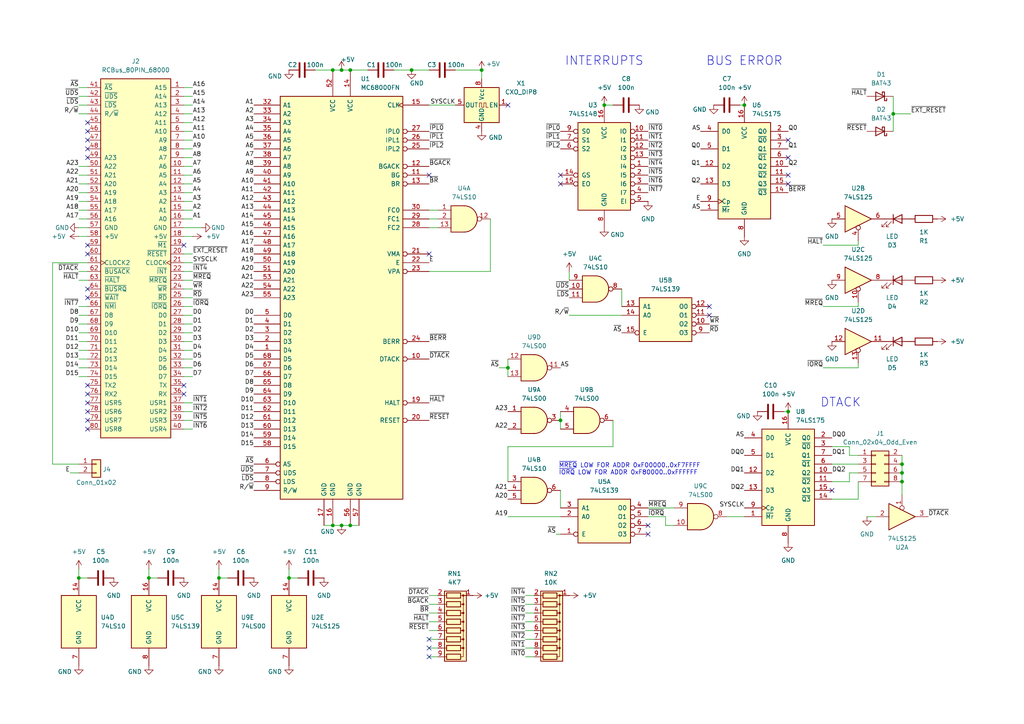
<source format=kicad_sch>
(kicad_sch (version 20250114) (generator "eeschema") (generator_version "9.0")
  (paper "A4")
  (title_block (title "RCBus (80-pin) MC68000 Processor Card") (date "2024-11-18") (rev "0.a"))
  (text "INTERRUPTS" (at 175.26 17.78 0) (effects (font (size 2.54 2.54))))
  (text "DTACK" (at 243.84 116.84 0) (effects (font (size 2.54 2.54))))
  (text "~{MREQ} LOW FOR ADDR 0xF00000..0xF7FFFF\n~{IORQ} LOW FOR ADDR 0xF80000..0xFFFFFF" (at 162.052 136.144 0) (effects (font (size 1.27 1.27)) (justify left)))
  (text "BUS ERROR" (at 215.9 17.78 0) (effects (font (size 2.54 2.54))))
  (junction (at 63.5 167.64))
  (junction (at 261.62 134.62))
  (junction (at 147.32 106.68))
  (junction (at 99.06 152.4))
  (junction (at 162.56 121.92))
  (junction (at 99.06 20.32))
  (junction (at 96.52 20.32))
  (junction (at 83.82 167.64))
  (junction (at 261.62 137.16))
  (junction (at 43.18 167.64))
  (junction (at 261.62 139.7))
  (junction (at 101.6 20.32))
  (junction (at 215.9 30.48))
  (junction (at 101.6 152.4))
  (junction (at 228.6 119.38))
  (junction (at 22.86 167.64))
  (junction (at 139.7 20.32))
  (junction (at 175.26 30.48))
  (junction (at 119.38 20.32))
  (junction (at 96.52 152.4))
  (junction (at 259.08 33.02))
  (no_connect (at 124.46 73.66))
  (no_connect (at 162.56 53.34))
  (no_connect (at 228.6 50.8))
  (no_connect (at 187.96 154.94))
  (no_connect (at 53.34 111.76))
  (no_connect (at 147.32 30.48))
  (no_connect (at 205.74 88.9))
  (no_connect (at 228.6 45.72))
  (no_connect (at 124.46 50.8))
  (no_connect (at 162.56 50.8))
  (no_connect (at 53.34 114.3))
  (no_connect (at 25.4 114.3))
  (no_connect (at 25.4 73.66))
  (no_connect (at 25.4 40.64))
  (no_connect (at 25.4 38.1))
  (no_connect (at 25.4 124.46))
  (no_connect (at 124.46 190.5))
  (no_connect (at 228.6 40.64))
  (no_connect (at 25.4 43.18))
  (no_connect (at 124.46 187.96))
  (no_connect (at 53.34 71.12))
  (no_connect (at 205.74 91.44))
  (no_connect (at 124.46 185.42))
  (no_connect (at 25.4 116.84))
  (no_connect (at 25.4 121.92))
  (no_connect (at 25.4 71.12))
  (no_connect (at 25.4 83.82))
  (no_connect (at 187.96 152.4))
  (no_connect (at 25.4 86.36))
  (no_connect (at 25.4 111.76))
  (no_connect (at 25.4 35.56))
  (no_connect (at 25.4 119.38))
  (no_connect (at 241.3 142.24))
  (no_connect (at 228.6 53.34))
  (no_connect (at 25.4 45.72))
  (wire (pts (xy 147.32 149.86) (xy 162.56 149.86)))
  (wire (pts (xy 119.38 20.32) (xy 114.3 20.32)))
  (wire (pts (xy 55.88 38.1) (xy 53.34 38.1)))
  (wire (pts (xy 55.88 27.94) (xy 53.34 27.94)))
  (wire (pts (xy 210.82 149.86) (xy 215.9 149.86)))
  (wire (pts (xy 55.88 96.52) (xy 53.34 96.52)))
  (wire (pts (xy 187.96 147.32) (xy 195.58 147.32)))
  (wire (pts (xy 55.88 55.88) (xy 53.34 55.88)))
  (wire (pts (xy 127 66.04) (xy 124.46 66.04)))
  (wire (pts (xy 22.86 165.1) (xy 22.86 167.64)))
  (wire (pts (xy 22.86 60.96) (xy 25.4 60.96)))
  (wire (pts (xy 63.5 167.64) (xy 66.04 167.64)))
  (wire (pts (xy 22.86 66.04) (xy 25.4 66.04)))
  (wire (pts (xy 124.46 175.26) (xy 127 175.26)))
  (wire (pts (xy 248.92 105.41) (xy 248.92 106.68)))
  (wire (pts (xy 119.38 20.32) (xy 124.46 20.32)))
  (wire (pts (xy 20.32 137.16) (xy 22.86 137.16)))
  (wire (pts (xy 246.38 129.54) (xy 246.38 132.08)))
  (wire (pts (xy 22.86 33.02) (xy 25.4 33.02)))
  (wire (pts (xy 55.88 63.5) (xy 53.34 63.5)))
  (wire (pts (xy 55.88 104.14) (xy 53.34 104.14)))
  (wire (pts (xy 261.62 134.62) (xy 261.62 137.16)))
  (wire (pts (xy 175.26 30.48) (xy 177.8 30.48)))
  (wire (pts (xy 248.92 87.63) (xy 248.92 88.9)))
  (wire (pts (xy 124.46 177.8) (xy 127 177.8)))
  (wire (pts (xy 22.86 30.48) (xy 25.4 30.48)))
  (wire (pts (xy 93.98 152.4) (xy 96.52 152.4)))
  (wire (pts (xy 43.18 165.1) (xy 43.18 167.64)))
  (wire (pts (xy 147.32 104.14) (xy 147.32 106.68)))
  (wire (pts (xy 259.08 33.02) (xy 264.16 33.02)))
  (wire (pts (xy 22.86 93.98) (xy 25.4 93.98)))
  (wire (pts (xy 55.88 116.84) (xy 53.34 116.84)))
  (wire (pts (xy 165.1 78.74) (xy 165.1 81.28)))
  (wire (pts (xy 22.86 53.34) (xy 25.4 53.34)))
  (wire (pts (xy 261.62 137.16) (xy 261.62 139.7)))
  (wire (pts (xy 55.88 91.44) (xy 53.34 91.44)))
  (wire (pts (xy 55.88 53.34) (xy 53.34 53.34)))
  (wire (pts (xy 55.88 30.48) (xy 53.34 30.48)))
  (wire (pts (xy 22.86 96.52) (xy 25.4 96.52)))
  (wire (pts (xy 142.24 78.74) (xy 142.24 63.5)))
  (wire (pts (xy 22.86 167.64) (xy 25.4 167.64)))
  (wire (pts (xy 22.86 88.9) (xy 25.4 88.9)))
  (wire (pts (xy 238.76 106.68) (xy 248.92 106.68)))
  (wire (pts (xy 127 60.96) (xy 124.46 60.96)))
  (wire (pts (xy 124.46 187.96) (xy 127 187.96)))
  (wire (pts (xy 132.08 20.32) (xy 139.7 20.32)))
  (wire (pts (xy 147.32 129.54) (xy 177.8 129.54)))
  (wire (pts (xy 83.82 167.64) (xy 86.36 167.64)))
  (wire (pts (xy 162.56 119.38) (xy 162.56 121.92)))
  (wire (pts (xy 53.34 68.58) (xy 55.88 68.58)))
  (wire (pts (xy 55.88 78.74) (xy 53.34 78.74)))
  (wire (pts (xy 162.56 142.24) (xy 162.56 147.32)))
  (wire (pts (xy 154.94 190.5) (xy 152.4 190.5)))
  (wire (pts (xy 214.63 30.48) (xy 215.9 30.48)))
  (wire (pts (xy 248.92 69.85) (xy 248.92 71.12)))
  (wire (pts (xy 55.88 25.4) (xy 53.34 25.4)))
  (wire (pts (xy 55.88 124.46) (xy 53.34 124.46)))
  (wire (pts (xy 22.86 106.68) (xy 25.4 106.68)))
  (wire (pts (xy 55.88 60.96) (xy 53.34 60.96)))
  (wire (pts (xy 22.86 25.4) (xy 25.4 25.4)))
  (wire (pts (xy 55.88 121.92) (xy 53.34 121.92)))
  (wire (pts (xy 248.92 144.78) (xy 248.92 139.7)))
  (wire (pts (xy 55.88 45.72) (xy 53.34 45.72)))
  (wire (pts (xy 55.88 76.2) (xy 53.34 76.2)))
  (wire (pts (xy 124.46 30.48) (xy 132.08 30.48)))
  (wire (pts (xy 22.86 55.88) (xy 25.4 55.88)))
  (wire (pts (xy 177.8 129.54) (xy 177.8 121.92)))
  (wire (pts (xy 246.38 139.7) (xy 246.38 137.16)))
  (wire (pts (xy 154.94 187.96) (xy 152.4 187.96)))
  (wire (pts (xy 261.62 139.7) (xy 261.62 143.51)))
  (wire (pts (xy 241.3 144.78) (xy 248.92 144.78)))
  (wire (pts (xy 55.88 50.8) (xy 53.34 50.8)))
  (wire (pts (xy 22.86 50.8) (xy 25.4 50.8)))
  (wire (pts (xy 99.06 152.4) (xy 101.6 152.4)))
  (wire (pts (xy 96.52 20.32) (xy 99.06 20.32)))
  (wire (pts (xy 154.94 182.88) (xy 152.4 182.88)))
  (wire (pts (xy 193.04 152.4) (xy 193.04 149.86)))
  (wire (pts (xy 101.6 152.4) (xy 104.14 152.4)))
  (wire (pts (xy 22.86 109.22) (xy 25.4 109.22)))
  (wire (pts (xy 144.78 106.68) (xy 147.32 106.68)))
  (wire (pts (xy 83.82 165.1) (xy 83.82 167.64)))
  (wire (pts (xy 55.88 48.26) (xy 53.34 48.26)))
  (wire (pts (xy 63.5 165.1) (xy 63.5 167.64)))
  (wire (pts (xy 99.06 20.32) (xy 101.6 20.32)))
  (wire (pts (xy 154.94 175.26) (xy 152.4 175.26)))
  (wire (pts (xy 55.88 81.28) (xy 53.34 81.28)))
  (wire (pts (xy 195.58 152.4) (xy 193.04 152.4)))
  (wire (pts (xy 55.88 73.66) (xy 53.34 73.66)))
  (wire (pts (xy 154.94 172.72) (xy 152.4 172.72)))
  (wire (pts (xy 259.08 33.02) (xy 259.08 38.1)))
  (wire (pts (xy 55.88 58.42) (xy 53.34 58.42)))
  (wire (pts (xy 124.46 185.42) (xy 127 185.42)))
  (wire (pts (xy 101.6 20.32) (xy 106.68 20.32)))
  (wire (pts (xy 124.46 182.88) (xy 127 182.88)))
  (wire (pts (xy 15.24 134.62) (xy 22.86 134.62)))
  (wire (pts (xy 147.32 139.7) (xy 147.32 129.54)))
  (wire (pts (xy 241.3 139.7) (xy 246.38 139.7)))
  (wire (pts (xy 246.38 132.08) (xy 248.92 132.08)))
  (wire (pts (xy 91.44 20.32) (xy 96.52 20.32)))
  (wire (pts (xy 124.46 190.5) (xy 127 190.5)))
  (wire (pts (xy 22.86 48.26) (xy 25.4 48.26)))
  (wire (pts (xy 147.32 106.68) (xy 147.32 109.22)))
  (wire (pts (xy 259.08 27.94) (xy 259.08 33.02)))
  (wire (pts (xy 55.88 86.36) (xy 53.34 86.36)))
  (wire (pts (xy 22.86 81.28) (xy 25.4 81.28)))
  (wire (pts (xy 127 63.5) (xy 124.46 63.5)))
  (wire (pts (xy 154.94 185.42) (xy 152.4 185.42)))
  (wire (pts (xy 22.86 63.5) (xy 25.4 63.5)))
  (wire (pts (xy 55.88 106.68) (xy 53.34 106.68)))
  (wire (pts (xy 22.86 78.74) (xy 25.4 78.74)))
  (wire (pts (xy 55.88 119.38) (xy 53.34 119.38)))
  (wire (pts (xy 238.76 71.12) (xy 248.92 71.12)))
  (wire (pts (xy 22.86 58.42) (xy 25.4 58.42)))
  (wire (pts (xy 261.62 132.08) (xy 261.62 134.62)))
  (wire (pts (xy 22.86 104.14) (xy 25.4 104.14)))
  (wire (pts (xy 241.3 129.54) (xy 246.38 129.54)))
  (wire (pts (xy 124.46 78.74) (xy 142.24 78.74)))
  (wire (pts (xy 165.1 91.44) (xy 180.34 91.44)))
  (wire (pts (xy 124.46 180.34) (xy 127 180.34)))
  (wire (pts (xy 55.88 35.56) (xy 53.34 35.56)))
  (wire (pts (xy 251.46 149.86) (xy 254 149.86)))
  (wire (pts (xy 22.86 68.58) (xy 25.4 68.58)))
  (wire (pts (xy 25.4 76.2) (xy 15.24 76.2)))
  (wire (pts (xy 55.88 109.22) (xy 53.34 109.22)))
  (wire (pts (xy 22.86 27.94) (xy 25.4 27.94)))
  (wire (pts (xy 55.88 93.98) (xy 53.34 93.98)))
  (wire (pts (xy 55.88 43.18) (xy 53.34 43.18)))
  (wire (pts (xy 227.33 119.38) (xy 228.6 119.38)))
  (wire (pts (xy 55.88 40.64) (xy 53.34 40.64)))
  (wire (pts (xy 187.96 149.86) (xy 193.04 149.86)))
  (wire (pts (xy 55.88 88.9) (xy 53.34 88.9)))
  (wire (pts (xy 139.7 20.32) (xy 139.7 22.86)))
  (wire (pts (xy 246.38 137.16) (xy 248.92 137.16)))
  (wire (pts (xy 55.88 83.82) (xy 53.34 83.82)))
  (wire (pts (xy 43.18 167.64) (xy 45.72 167.64)))
  (wire (pts (xy 162.56 154.94) (xy 161.29 154.94)))
  (wire (pts (xy 162.56 121.92) (xy 162.56 124.46)))
  (wire (pts (xy 53.34 66.04) (xy 58.42 66.04)))
  (wire (pts (xy 55.88 101.6) (xy 53.34 101.6)))
  (wire (pts (xy 241.3 134.62) (xy 248.92 134.62)))
  (wire (pts (xy 55.88 99.06) (xy 53.34 99.06)))
  (wire (pts (xy 154.94 177.8) (xy 152.4 177.8)))
  (wire (pts (xy 15.24 76.2) (xy 15.24 134.62)))
  (wire (pts (xy 238.76 88.9) (xy 248.92 88.9)))
  (wire (pts (xy 55.88 33.02) (xy 53.34 33.02)))
  (wire (pts (xy 180.34 83.82) (xy 180.34 88.9)))
  (wire (pts (xy 22.86 101.6) (xy 25.4 101.6)))
  (wire (pts (xy 154.94 180.34) (xy 152.4 180.34)))
  (wire (pts (xy 96.52 152.4) (xy 99.06 152.4)))
  (wire (pts (xy 124.46 172.72) (xy 127 172.72)))
  (wire (pts (xy 22.86 91.44) (xy 25.4 91.44)))
  (wire (pts (xy 22.86 99.06) (xy 25.4 99.06)))
  (label "D9" (at 73.66 114.3 180))
  (label "D12" (at 22.86 101.6 180))
  (label "~{UDS}" (at 22.86 27.94 180))
  (label "DQ0" (at 215.9 132.08 180))
  (label "D2" (at 73.66 96.52 180))
  (label "~{INT5}" (at 55.88 121.92 0))
  (label "D6" (at 55.88 106.68 0))
  (label "A1" (at 55.88 63.5 0))
  (label "~{INT3}" (at 187.96 45.72 0))
  (label "~{INT6}" (at 55.88 124.46 0))
  (label "D7" (at 55.88 109.22 0))
  (label "D5" (at 55.88 104.14 0))
  (label "A19" (at 73.66 76.2 180))
  (label "~{WR}" (at 55.88 83.82 0))
  (label "~{INT0}" (at 187.96 38.1 0))
  (label "~{INT5}" (at 152.4 175.26 180))
  (label "A15" (at 55.88 27.94 0))
  (label "D4" (at 55.88 101.6 0))
  (label "A13" (at 55.88 33.02 0))
  (label "A15" (at 73.66 66.04 180))
  (label "~{INT4}" (at 187.96 48.26 0))
  (label "~{BR}" (at 124.46 53.34 0))
  (label "SYSCLK" (at 132.08 30.48 180))
  (label "SYSCLK" (at 55.88 76.2 0))
  (label "~{INT2}" (at 187.96 43.18 0))
  (label "A5" (at 73.66 40.64 180))
  (label "A8" (at 73.66 48.26 180))
  (label "A3" (at 55.88 58.42 0))
  (label "~{IORQ}" (at 55.88 88.9 0))
  (label "D0" (at 73.66 91.44 180))
  (label "A9" (at 55.88 43.18 0))
  (label "AS" (at 203.2 60.96 180))
  (label "A22" (at 22.86 50.8 180))
  (label "R{slash}~{W}" (at 22.86 33.02 180))
  (label "~{MREQ}" (at 187.96 147.32 0))
  (label "E" (at 124.46 76.2 0))
  (label "~{BR}" (at 124.46 177.8 180))
  (label "Q2" (at 203.2 53.34 180))
  (label "~{AS}" (at 161.29 154.94 180))
  (label "AS" (at 162.56 106.68 0))
  (label "A14" (at 55.88 30.48 0))
  (label "A11" (at 55.88 38.1 0))
  (label "D6" (at 73.66 106.68 180))
  (label "AS" (at 215.9 127 180))
  (label "~{MREQ}" (at 238.76 88.9 180))
  (label "A4" (at 73.66 38.1 180))
  (label "E" (at 20.32 137.16 180))
  (label "A23" (at 147.32 119.38 180))
  (label "Q0" (at 203.2 43.18 180))
  (label "~{DTACK}" (at 269.24 149.86 0))
  (label "~{INT7}" (at 22.86 88.9 180))
  (label "D9" (at 22.86 93.98 180))
  (label "A3" (at 73.66 35.56 180))
  (label "A12" (at 55.88 35.56 0))
  (label "~{INT3}" (at 152.4 182.88 180))
  (label "~{INT6}" (at 187.96 53.34 0))
  (label "~{DTACK}" (at 124.46 104.14 0))
  (label "A1" (at 73.66 30.48 180))
  (label "A21" (at 147.32 142.24 180))
  (label "A19" (at 147.32 149.86 180))
  (label "A12" (at 73.66 58.42 180))
  (label "D4" (at 73.66 101.6 180))
  (label "D10" (at 22.86 96.52 180))
  (label "~{INT1}" (at 55.88 116.84 0))
  (label "A20" (at 22.86 55.88 180))
  (label "D14" (at 73.66 127 180))
  (label "DQ2" (at 215.9 142.24 180))
  (label "~{MREQ}" (at 55.88 81.28 0))
  (label "DQ1" (at 215.9 137.16 180))
  (label "A21" (at 73.66 81.28 180))
  (label "~{IPL1}" (at 162.56 40.64 180))
  (label "A8" (at 55.88 45.72 0))
  (label "A13" (at 73.66 60.96 180))
  (label "A20" (at 73.66 78.74 180))
  (label "~{EXT_RESET}" (at 264.16 33.02 0))
  (label "R{slash}~{W}" (at 165.1 91.44 180))
  (label "~{WR}" (at 205.74 93.98 0))
  (label "~{RD}" (at 205.74 96.52 0))
  (label "A16" (at 55.88 25.4 0))
  (label "~{INT2}" (at 55.88 119.38 0))
  (label "A2" (at 55.88 60.96 0))
  (label "~{LDS}" (at 165.1 86.36 180))
  (label "~{BGACK}" (at 124.46 175.26 180))
  (label "~{RESET}" (at 124.46 121.92 0))
  (label "D12" (at 73.66 121.92 180))
  (label "~{IPL0}" (at 124.46 38.1 0))
  (label "A6" (at 55.88 50.8 0))
  (label "~{RD}" (at 55.88 86.36 0))
  (label "DQ0" (at 241.3 127 0))
  (label "A23" (at 73.66 86.36 180))
  (label "D14" (at 22.86 106.68 180))
  (label "~{BERR}" (at 228.6 55.88 0))
  (label "A22" (at 147.32 124.46 180))
  (label "A17" (at 73.66 71.12 180))
  (label "~{LDS}" (at 73.66 139.7 180))
  (label "A14" (at 73.66 63.5 180))
  (label "~{UDS}" (at 165.1 83.82 180))
  (label "~{RESET}" (at 251.46 38.1 180))
  (label "~{HALT}" (at 238.76 71.12 180))
  (label "A17" (at 22.86 63.5 180))
  (label "A18" (at 73.66 73.66 180))
  (label "~{HALT}" (at 124.46 116.84 0))
  (label "~{HALT}" (at 22.86 81.28 180))
  (label "A11" (at 73.66 55.88 180))
  (label "~{AS}" (at 22.86 25.4 180))
  (label "~{EXT_RESET}" (at 55.88 73.66 0))
  (label "D10" (at 73.66 116.84 180))
  (label "~{INT1}" (at 152.4 187.96 180))
  (label "D11" (at 22.86 99.06 180))
  (label "A9" (at 73.66 50.8 180))
  (label "~{INT1}" (at 187.96 40.64 0))
  (label "~{LDS}" (at 22.86 30.48 180))
  (label "~{INT7}" (at 187.96 55.88 0))
  (label "D0" (at 55.88 91.44 0))
  (label "D13" (at 73.66 124.46 180))
  (label "A7" (at 73.66 45.72 180))
  (label "AS" (at 203.2 38.1 180))
  (label "~{IORQ}" (at 187.96 149.86 0))
  (label "~{IPL1}" (at 124.46 40.64 0))
  (label "~{INT4}" (at 55.88 78.74 0))
  (label "~{DTACK}" (at 124.46 172.72 180))
  (label "A7" (at 55.88 48.26 0))
  (label "~{RESET}" (at 124.46 182.88 180))
  (label "A19" (at 22.86 58.42 180))
  (label "~{INT5}" (at 187.96 50.8 0))
  (label "A20" (at 147.32 144.78 180))
  (label "R{slash}~{W}" (at 73.66 142.24 180))
  (label "A2" (at 73.66 33.02 180))
  (label "~{INT2}" (at 152.4 185.42 180))
  (label "Q1" (at 228.6 43.18 0))
  (label "~{INT6}" (at 152.4 177.8 180))
  (label "A5" (at 55.88 53.34 0))
  (label "D15" (at 73.66 129.54 180))
  (label "~{HALT}" (at 124.46 180.34 180))
  (label "~{AS}" (at 73.66 134.62 180))
  (label "~{HALT}" (at 251.46 27.94 180))
  (label "~{IPL2}" (at 162.56 43.18 180))
  (label "Q1" (at 203.2 48.26 180))
  (label "A16" (at 73.66 68.58 180))
  (label "DQ1" (at 241.3 132.08 0))
  (label "~{IPL0}" (at 162.56 38.1 180))
  (label "~{DTACK}" (at 22.86 78.74 180))
  (label "D1" (at 73.66 93.98 180))
  (label "A21" (at 22.86 53.34 180))
  (label "D3" (at 55.88 99.06 0))
  (label "~{AS}" (at 180.34 96.52 180))
  (label "~{AS}" (at 144.78 106.68 180))
  (label "~{INT4}" (at 152.4 172.72 180))
  (label "D11" (at 73.66 119.38 180))
  (label "~{UDS}" (at 73.66 137.16 180))
  (label "D8" (at 22.86 91.44 180))
  (label "D3" (at 73.66 99.06 180))
  (label "D7" (at 73.66 109.22 180))
  (label "~{BGACK}" (at 124.46 48.26 0))
  (label "A4" (at 55.88 55.88 0))
  (label "~{IPL2}" (at 124.46 43.18 0))
  (label "D8" (at 73.66 111.76 180))
  (label "A10" (at 73.66 53.34 180))
  (label "DQ2" (at 241.3 137.16 0))
  (label "~{INT7}" (at 152.4 180.34 180))
  (label "A18" (at 22.86 60.96 180))
  (label "D1" (at 55.88 93.98 0))
  (label "D13" (at 22.86 104.14 180))
  (label "~{INT0}" (at 152.4 190.5 180))
  (label "Q0" (at 228.6 38.1 0))
  (label "D15" (at 22.86 109.22 180))
  (label "A23" (at 22.86 48.26 180))
  (label "A10" (at 55.88 40.64 0))
  (label "E" (at 203.2 58.42 180))
  (label "~{IORQ}" (at 238.76 106.68 180))
  (label "A6" (at 73.66 43.18 180))
  (label "SYSCLK" (at 215.9 147.32 180))
  (label "Q2" (at 228.6 48.26 0))
  (label "D5" (at 73.66 104.14 180))
  (label "~{BERR}" (at 124.46 99.06 0))
  (label "A22" (at 73.66 83.82 180))
  (label "D2" (at 55.88 96.52 0))
  (symbol (lib_id "power:GND") (at 33.02 167.64 0) (unit 1)
    (property "Reference" "#PWR023" (effects (hide yes)))
    (property "Value" "GND" (at 33.02 172.72 0))
    (property "Description" "Power symbol creates a global label with name \"GND\" , ground" (effects (hide yes)))
  )
  (symbol (lib_id "74xx:74LS00") (at 154.94 106.68 0) (unit 4)
    (property "Reference" "U9" (at 154.9317 97.79 0))
    (property "Value" "74LS00" (at 154.9317 100.33 0))
    (property "Footprint" "Package_DIP:DIP-14_W7.62mm_Socket" (effects (hide yes)))
    (property "Datasheet" "http://www.ti.com/lit/gpn/sn74ls00" (effects (hide yes)))
    (property "Description" "quad 2-input NAND gate" (effects (hide yes)))
  )
  (symbol (lib_id "power:GND") (at 251.46 149.86 0) (mirror y) (unit 1)
    (property "Reference" "#PWR037" (effects (hide yes)))
    (property "Value" "GND" (at 251.46 154.94 0))
  )
  (symbol (lib_id "power:+5V") (at 271.78 99.06 270) (unit 1)
    (property "Reference" "#PWR043" (effects (hide yes)))
    (property "Value" "+5V" (at 275.59 99.0599 90) (effects (justify left)))
    (property "Description" "Power symbol creates a global label with name \"+5V\"" (effects (hide yes)))
  )
  (symbol (lib_id "Device:C") (at 110.49 20.32 90) (unit 1)
    (property "Reference" "C1" (at 107.696 18.796 90))
    (property "Value" "100n" (at 114.3 18.796 90))
    (property "Footprint" "Capacitor_THT:C_Disc_D5.0mm_W2.5mm_P2.50mm" (effects (hide yes)))
    (property "Description" "Unpolarized capacitor" (effects (hide yes)))
  )
  (symbol (lib_id "power:+5V") (at 99.06 20.32 0) (unit 1)
    (property "Reference" "#PWR08" (effects (hide yes)))
    (property "Value" "+5V" (at 100.838 17.272 0))
    (property "Description" "Power symbol creates a global label with name \"+5V\"" (effects (hide yes)))
  )
  (symbol (lib_id "power:GND") (at 43.18 193.04 0) (unit 1)
    (property "Reference" "#PWR010" (effects (hide yes)))
    (property "Value" "GND" (at 39.116 194.818 0))
    (property "Description" "Power symbol creates a global label with name \"GND\" , ground" (effects (hide yes)))
  )
  (symbol (lib_id "power:GND") (at 215.9 68.58 0) (mirror y) (unit 1)
    (property "Reference" "#PWR026" (effects (hide yes)))
    (property "Value" "GND" (at 215.9 73.66 0))
  )
  (symbol (lib_id "power:GND") (at 22.86 66.04 270) (unit 1)
    (property "Reference" "#PWR013" (effects (hide yes)))
    (property "Value" "GND" (at 18.034 66.04 90))
    (property "Description" "Power symbol creates a global label with name \"GND\" , ground" (effects (hide yes)))
  )
  (symbol (lib_id "power:+5V") (at 83.82 165.1 0) (unit 1)
    (property "Reference" "#PWR035" (effects (hide yes)))
    (property "Value" "+5V" (at 83.82 160.02 0))
    (property "Description" "Power symbol creates a global label with name \"+5V\"" (effects (hide yes)))
  )
  (symbol (lib_id "74xx:74LS139") (at 175.26 149.86 0) (unit 1)
    (property "Reference" "U5" (at 175.26 139.7 0))
    (property "Value" "74LS139" (at 175.26 142.24 0))
    (property "Footprint" "Package_DIP:DIP-16_W7.62mm_Socket" (effects (hide yes)))
    (property "Datasheet" "http://www.ti.com/lit/ds/symlink/sn74ls139a.pdf" (effects (hide yes)))
    (property "Description" "Dual Decoder 1 of 4, Active low outputs" (effects (hide yes)))
  )
  (symbol (lib_id "Device:LED") (at 260.35 63.5 0) (unit 1)
    (property "Reference" "D3" (at 258.7625 71.12 0))
    (property "Value" "LED" (at 258.7625 68.58 0))
    (property "Footprint" "LED_THT:LED_D3.0mm" (effects (hide yes)))
    (property "Description" "Light emitting diode" (effects (hide yes)))
  )
  (symbol (lib_id "Device:R") (at 267.97 63.5 270) (unit 1)
    (property "Reference" "R1" (at 267.97 69.85 90))
    (property "Value" "1K" (at 267.97 67.31 90))
    (property "Footprint" "Resistor_THT:R_Axial_DIN0207_L6.3mm_D2.5mm_P7.62mm_Horizontal" (effects (hide yes)))
    (property "Description" "Resistor" (effects (hide yes)))
  )
  (symbol (lib_id "power:GND") (at 119.38 20.32 0) (mirror y) (unit 1)
    (property "Reference" "#PWR06" (effects (hide yes)))
    (property "Value" "GND" (at 120.904 24.13 0))
    (property "Description" "Power symbol creates a global label with name \"GND\" , ground" (effects (hide yes)))
  )
  (symbol (lib_id "74xx:74LS10") (at 22.86 180.34 0) (unit 4)
    (property "Reference" "U4" (at 29.21 179.0699 0) (effects (justify left)))
    (property "Value" "74LS10" (at 29.21 181.6099 0) (effects (justify left)))
    (property "Footprint" "Package_DIP:DIP-14_W7.62mm_Socket" (effects (hide yes)))
    (property "Datasheet" "http://www.ti.com/lit/gpn/sn74LS10" (effects (hide yes)))
    (property "Description" "Triple 3-input NAND" (effects (hide yes)))
  )
  (symbol (lib_id "power:GND") (at 83.82 20.32 0) (unit 1)
    (property "Reference" "#PWR07" (effects (hide yes)))
    (property "Value" "GND" (at 79.756 22.098 0))
    (property "Description" "Power symbol creates a global label with name \"GND\" , ground" (effects (hide yes)))
  )
  (symbol (lib_id "power:+5V") (at 63.5 165.1 0) (unit 1)
    (property "Reference" "#PWR05" (effects (hide yes)))
    (property "Value" "+5V" (at 63.5 160.02 0))
    (property "Description" "Power symbol creates a global label with name \"+5V\"" (effects (hide yes)))
  )
  (symbol (lib_id "CPU_NXP_68000:MC68000FN") (at 99.06 86.36 0) (mirror y) (unit 1)
    (property "Reference" "U1" (at 104.6165 22.86 0) (effects (justify right)))
    (property "Value" "MC68000FN" (at 104.6165 25.4 0) (effects (justify right)))
    (property "Footprint" "Package_LCC:PLCC-68_THT-Socket" (effects (hide yes)))
    (property "Datasheet" "https://www.nxp.com/docs/en/reference-manual/MC68000UM.pdf" (effects (hide yes)))
    (property "Description" "Microprocessor, 16-bit bus" (effects (hide yes)))
  )
  (symbol (lib_id "power:GND") (at 63.5 193.04 0) (unit 1)
    (property "Reference" "#PWR04" (effects (hide yes)))
    (property "Value" "GND" (at 59.436 194.818 0))
    (property "Description" "Power symbol creates a global label with name \"GND\" , ground" (effects (hide yes)))
  )
  (symbol (lib_id "Diode:BAT43") (at 255.27 27.94 180) (unit 1)
    (property "Reference" "D1" (at 255.5875 21.59 0))
    (property "Value" "BAT43" (at 255.5875 24.13 0))
    (property "Footprint" "Diode_THT:D_DO-35_SOD27_P7.62mm_Horizontal" (effects (hide yes)))
    (property "Datasheet" "http://www.vishay.com/docs/85660/bat42.pdf" (effects (hide yes)))
    (property "Description" "30V 0.2A Small Signal Schottky Diode, DO-35" (effects (hide yes)))
  )
  (symbol (lib_id "power:GND") (at 22.86 193.04 0) (unit 1)
    (property "Reference" "#PWR020" (effects (hide yes)))
    (property "Value" "GND" (at 18.796 194.818 0))
    (property "Description" "Power symbol creates a global label with name \"GND\" , ground" (effects (hide yes)))
  )
  (symbol (lib_id "Device:LED") (at 260.35 81.28 0) (unit 1)
    (property "Reference" "D4" (at 258.7625 88.9 0))
    (property "Value" "LED" (at 258.7625 86.36 0))
    (property "Footprint" "LED_THT:LED_D3.0mm" (effects (hide yes)))
    (property "Description" "Light emitting diode" (effects (hide yes)))
  )
  (symbol (lib_id "Connector_Generic:Conn_02x04_Odd_Even") (at 254 134.62 0) (unit 1)
    (property "Reference" "J1" (at 255.27 125.73 0))
    (property "Value" "Conn_02x04_Odd_Even" (at 255.27 128.27 0))
    (property "Footprint" "Connector_PinHeader_2.54mm:PinHeader_2x04_P2.54mm_Vertical" (effects (hide yes)))
    (property "Description" "Generic connector, double row, 02x04, odd/even pin numbering scheme (row 1 odd numbers, row 2 even numbers), script generated (kicad-library-utils/schlib/autogen/connector/)" (effects (hide yes)))
  )
  (symbol (lib_id "74xx:74LS125") (at 248.92 81.28 0) (unit 3)
    (property "Reference" "U2" (at 248.92 72.39 0))
    (property "Value" "74LS125" (at 248.92 74.93 0))
    (property "Footprint" "MyLibrary2023:DIP-14_W7.62mm_Socket" (effects (hide yes)))
    (property "Datasheet" "http://www.ti.com/lit/gpn/sn74LS125" (effects (hide yes)))
    (property "Description" "Quad buffer 3-State outputs" (effects (hide yes)))
  )
  (symbol (lib_id "74xx:74LS139") (at 193.04 91.44 0) (unit 2)
    (property "Reference" "U5" (at 193.04 81.28 0))
    (property "Value" "74LS139" (at 193.04 83.82 0))
    (property "Footprint" "Package_DIP:DIP-16_W7.62mm_Socket" (effects (hide yes)))
    (property "Datasheet" "http://www.ti.com/lit/ds/symlink/sn74ls139a.pdf" (effects (hide yes)))
    (property "Description" "Dual Decoder 1 of 4, Active low outputs" (effects (hide yes)))
  )
  (symbol (lib_id "74xx:74LS10") (at 134.62 63.5 0) (unit 1)
    (property "Reference" "U4" (at 134.6117 54.61 0))
    (property "Value" "74LS10" (at 134.6117 57.15 0))
    (property "Footprint" "Package_DIP:DIP-14_W7.62mm_Socket" (effects (hide yes)))
    (property "Datasheet" "http://www.ti.com/lit/gpn/sn74LS10" (effects (hide yes)))
    (property "Description" "Triple 3-input NAND" (effects (hide yes)))
  )
  (symbol (lib_id "power:GND") (at 53.34 167.64 0) (unit 1)
    (property "Reference" "#PWR032" (effects (hide yes)))
    (property "Value" "GND" (at 53.34 172.72 0))
    (property "Description" "Power symbol creates a global label with name \"GND\" , ground" (effects (hide yes)))
  )
  (symbol (lib_id "power:GND") (at 228.6 157.48 0) (mirror y) (unit 1)
    (property "Reference" "#PWR033" (effects (hide yes)))
    (property "Value" "GND" (at 228.6 162.56 0))
  )
  (symbol (lib_id "Device:C") (at 128.27 20.32 90) (unit 1)
    (property "Reference" "C3" (at 125.222 18.796 90))
    (property "Value" "100n" (at 132.334 18.796 90))
    (property "Footprint" "Capacitor_THT:C_Disc_D5.0mm_W2.5mm_P2.50mm" (effects (hide yes)))
    (property "Description" "Unpolarized capacitor" (effects (hide yes)))
  )
  (symbol (lib_id "power:GND") (at 241.3 99.06 0) (mirror y) (unit 1)
    (property "Reference" "#PWR041" (effects (hide yes)))
    (property "Value" "GND" (at 241.3 104.14 0))
  )
  (symbol (lib_id "Device:C") (at 69.85 167.64 90) (unit 1)
    (property "Reference" "C6" (at 69.85 160.02 90))
    (property "Value" "100n" (at 69.85 162.56 90))
    (property "Footprint" "Capacitor_THT:C_Disc_D5.0mm_W2.5mm_P2.50mm" (effects (hide yes)))
    (property "Description" "Unpolarized capacitor" (effects (hide yes)))
  )
  (symbol (lib_id "power:GND") (at 93.98 167.64 0) (unit 1)
    (property "Reference" "#PWR036" (effects (hide yes)))
    (property "Value" "GND" (at 93.98 172.72 0))
    (property "Description" "Power symbol creates a global label with name \"GND\" , ground" (effects (hide yes)))
  )
  (symbol (lib_id "74xx:74LS139") (at 43.18 180.34 0) (unit 3)
    (property "Reference" "U5" (at 49.53 179.0699 0) (effects (justify left)))
    (property "Value" "74LS139" (at 49.53 181.6099 0) (effects (justify left)))
    (property "Footprint" "Package_DIP:DIP-16_W7.62mm_Socket" (effects (hide yes)))
    (property "Datasheet" "http://www.ti.com/lit/ds/symlink/sn74ls139a.pdf" (effects (hide yes)))
    (property "Description" "Dual Decoder 1 of 4, Active low outputs" (effects (hide yes)))
  )
  (symbol (lib_id "power:GND") (at 139.7 38.1 0) (mirror y) (unit 1)
    (property "Reference" "#PWR09" (effects (hide yes)))
    (property "Value" "GND" (at 143.764 39.878 0))
    (property "Description" "Power symbol creates a global label with name \"GND\" , ground" (effects (hide yes)))
  )
  (symbol (lib_id "74xx:74LS175") (at 228.6 137.16 0) (unit 1)
    (property "Reference" "U8" (at 230.7941 119.38 0) (effects (justify left)))
    (property "Value" "74LS175" (at 230.7941 121.92 0) (effects (justify left)))
    (property "Footprint" "Package_DIP:DIP-16_W7.62mm_Socket" (effects (hide yes)))
    (property "Datasheet" "http://www.ti.com/lit/gpn/sn74LS175" (effects (hide yes)))
    (property "Description" "4-bit D Flip-Flop, reset" (effects (hide yes)))
  )
  (symbol (lib_id "74xx:74LS175") (at 215.9 48.26 0) (unit 1)
    (property "Reference" "U6" (at 218.0941 30.48 0) (effects (justify left)))
    (property "Value" "74LS175" (at 218.0941 33.02 0) (effects (justify left)))
    (property "Footprint" "Package_DIP:DIP-16_W7.62mm_Socket" (effects (hide yes)))
    (property "Datasheet" "http://www.ti.com/lit/gpn/sn74LS175" (effects (hide yes)))
    (property "Description" "4-bit D Flip-Flop, reset" (effects (hide yes)))
  )
  (symbol (lib_id "Device:C") (at 181.61 30.48 90) (unit 1)
    (property "Reference" "C8" (at 181.61 22.86 90))
    (property "Value" "100n" (at 181.61 25.4 90))
    (property "Footprint" "Capacitor_THT:C_Disc_D5.0mm_W2.5mm_P2.50mm" (effects (hide yes)))
    (property "Description" "Unpolarized capacitor" (effects (hide yes)))
  )
  (symbol (lib_id "power:GND") (at 99.06 152.4 0) (unit 1)
    (property "Reference" "#PWR03" (effects (hide yes)))
    (property "Value" "GND" (at 94.996 154.178 0))
    (property "Description" "Power symbol creates a global label with name \"GND\" , ground" (effects (hide yes)))
  )
  (symbol (lib_id "74xx:74LS125") (at 248.92 63.5 0) (unit 2)
    (property "Reference" "U2" (at 248.92 54.61 0))
    (property "Value" "74LS125" (at 248.92 57.15 0))
    (property "Footprint" "MyLibrary2023:DIP-14_W7.62mm_Socket" (effects (hide yes)))
    (property "Datasheet" "http://www.ti.com/lit/gpn/sn74LS125" (effects (hide yes)))
    (property "Description" "Quad buffer 3-State outputs" (effects (hide yes)))
  )
  (symbol (lib_id "power:+5V") (at 137.16 172.72 270) (unit 1)
    (property "Reference" "#PWR014" (effects (hide yes)))
    (property "Value" "+5V" (at 140.4945 172.7199 90) (effects (justify left)))
    (property "Description" "Power symbol creates a global label with name \"+5V\"" (effects (hide yes)))
  )
  (symbol (lib_id "74xx:74LS00") (at 203.2 149.86 0) (unit 3)
    (property "Reference" "U9" (at 203.1917 140.97 0))
    (property "Value" "74LS00" (at 203.1917 143.51 0))
    (property "Footprint" "Package_DIP:DIP-14_W7.62mm_Socket" (effects (hide yes)))
    (property "Datasheet" "http://www.ti.com/lit/gpn/sn74ls00" (effects (hide yes)))
    (property "Description" "quad 2-input NAND gate" (effects (hide yes)))
  )
  (symbol (lib_id "Diode:BAT43") (at 255.27 38.1 180) (unit 1)
    (property "Reference" "D2" (at 255.5875 31.75 0))
    (property "Value" "BAT43" (at 255.5875 34.29 0))
    (property "Footprint" "Diode_THT:D_DO-35_SOD27_P7.62mm_Horizontal" (effects (hide yes)))
    (property "Datasheet" "http://www.vishay.com/docs/85660/bat42.pdf" (effects (hide yes)))
    (property "Description" "30V 0.2A Small Signal Schottky Diode, DO-35" (effects (hide yes)))
  )
  (symbol (lib_id "power:GND") (at 207.01 30.48 0) (mirror y) (unit 1)
    (property "Reference" "#PWR027" (effects (hide yes)))
    (property "Value" "GND" (at 202.946 31.75 0))
  )
  (symbol (lib_id "74xx:74LS125") (at 83.82 180.34 0) (unit 5)
    (property "Reference" "U2" (at 90.17 179.0699 0) (effects (justify left)))
    (property "Value" "74LS125" (at 90.17 181.6099 0) (effects (justify left)))
    (property "Footprint" "MyLibrary2023:DIP-14_W7.62mm_Socket" (effects (hide yes)))
    (property "Datasheet" "http://www.ti.com/lit/gpn/sn74LS125" (effects (hide yes)))
    (property "Description" "Quad buffer 3-State outputs" (effects (hide yes)))
  )
  (symbol (lib_id "Device:C") (at 29.21 167.64 90) (unit 1)
    (property "Reference" "C5" (at 29.21 160.02 90))
    (property "Value" "100n" (at 29.21 162.56 90))
    (property "Footprint" "Capacitor_THT:C_Disc_D5.0mm_W2.5mm_P2.50mm" (effects (hide yes)))
    (property "Description" "Unpolarized capacitor" (effects (hide yes)))
  )
  (symbol (lib_id "Device:R_Network08") (at 132.08 182.88 270) (unit 1)
    (property "Reference" "RN1" (at 131.826 166.37 90))
    (property "Value" "4K7" (at 131.826 168.91 90))
    (property "Footprint" "Resistor_THT:R_Array_SIP9" (effects (hide yes)))
    (property "Datasheet" "http://www.vishay.com/docs/31509/csc.pdf" (effects (hide yes)))
    (property "Description" "8 resistor network, star topology, bussed resistors, small symbol" (effects (hide yes)))
  )
  (symbol (lib_id "power:+5V") (at 22.86 68.58 90) (mirror x) (unit 1)
    (property "Reference" "#PWR012" (effects (hide yes)))
    (property "Value" "+5V" (at 19.05 68.5799 90) (effects (justify left)))
    (property "Description" "Power symbol creates a global label with name \"+5V\"" (effects (hide yes)))
  )
  (symbol (lib_id "74xx:74LS10") (at 172.72 83.82 0) (unit 3)
    (property "Reference" "U4" (at 172.7117 74.93 0))
    (property "Value" "74LS10" (at 172.7117 77.47 0))
    (property "Footprint" "Package_DIP:DIP-14_W7.62mm_Socket" (effects (hide yes)))
    (property "Datasheet" "http://www.ti.com/lit/gpn/sn74LS10" (effects (hide yes)))
    (property "Description" "Triple 3-input NAND" (effects (hide yes)))
  )
  (symbol (lib_id "power:+5V") (at 22.86 165.1 0) (unit 1)
    (property "Reference" "#PWR022" (effects (hide yes)))
    (property "Value" "+5V" (at 22.86 160.02 0))
    (property "Description" "Power symbol creates a global label with name \"+5V\"" (effects (hide yes)))
  )
  (symbol (lib_id "Device:R") (at 267.97 99.06 270) (unit 1)
    (property "Reference" "R3" (at 267.97 105.41 90))
    (property "Value" "1K" (at 267.97 102.87 90))
    (property "Footprint" "Resistor_THT:R_Axial_DIN0207_L6.3mm_D2.5mm_P7.62mm_Horizontal" (effects (hide yes)))
    (property "Description" "Resistor" (effects (hide yes)))
  )
  (symbol (lib_id "Oscillator:CXO_DIP8") (at 139.7 30.48 0) (mirror y) (unit 1)
    (property "Reference" "X1" (at 151.13 24.1614 0))
    (property "Value" "CXO_DIP8" (at 151.13 26.7014 0))
    (property "Footprint" "Oscillator:Oscillator_DIP-8" (effects (hide yes)))
    (property "Datasheet" "http://cdn-reichelt.de/documents/datenblatt/B400/OSZI.pdf" (effects (hide yes)))
    (property "Description" "Crystal Clock Oscillator, DIP8-style metal package" (effects (hide yes)))
  )
  (symbol (lib_id "power:GND") (at 175.26 66.04 0) (mirror y) (unit 1)
    (property "Reference" "#PWR018" (effects (hide yes)))
    (property "Value" "GND" (at 179.07 68.072 0))
  )
  (symbol (lib_id "power:GND") (at 185.42 30.48 0) (mirror y) (unit 1)
    (property "Reference" "#PWR029" (effects (hide yes)))
    (property "Value" "GND" (at 189.23 32.512 0))
  )
  (symbol (lib_id "Connector_Generic:Conn_01x02") (at 27.94 134.62 0) (unit 1)
    (property "Reference" "J4" (at 30.988 136.144 0))
    (property "Value" "Conn_01x02" (at 27.94 139.954 0))
    (property "Footprint" "Connector_PinHeader_2.54mm:PinHeader_1x02_P2.54mm_Vertical" (effects (hide yes)))
    (property "Description" "Generic connector, single row, 01x02, script generated (kicad-library-utils/schlib/autogen/connector/)" (effects (hide yes)))
  )
  (symbol (lib_id "power:+5V") (at 165.1 172.72 270) (mirror x) (unit 1)
    (property "Reference" "#PWR015" (effects (hide yes)))
    (property "Value" "+5V" (at 168.91 172.72 90) (effects (justify left)))
  )
  (symbol (lib_id "power:+5V") (at 215.9 30.48 0) (unit 1)
    (property "Reference" "#PWR028" (effects (hide yes)))
    (property "Value" "+5V" (at 215.9 25.4 0))
    (property "Description" "Power symbol creates a global label with name \"+5V\"" (effects (hide yes)))
  )
  (symbol (lib_id "Device:C") (at 210.82 30.48 90) (unit 1)
    (property "Reference" "C7" (at 210.82 22.86 90))
    (property "Value" "100n" (at 210.82 25.4 90))
    (property "Footprint" "Capacitor_THT:C_Disc_D5.0mm_W2.5mm_P2.50mm" (effects (hide yes)))
    (property "Description" "Unpolarized capacitor" (effects (hide yes)))
  )
  (symbol (lib_id "power:GND") (at 58.42 66.04 90) (mirror x) (unit 1)
    (property "Reference" "#PWR01" (effects (hide yes)))
    (property "Value" "GND" (at 63.246 66.04 90))
    (property "Description" "Power symbol creates a global label with name \"GND\" , ground" (effects (hide yes)))
  )
  (symbol (lib_id "74xx:74LS125") (at 261.62 149.86 0) (mirror x) (unit 1)
    (property "Reference" "U2" (at 261.62 158.75 0))
    (property "Value" "74LS125" (at 261.62 156.21 0))
    (property "Footprint" "MyLibrary2023:DIP-14_W7.62mm_Socket" (effects (hide yes)))
    (property "Datasheet" "http://www.ti.com/lit/gpn/sn74LS125" (effects (hide yes)))
    (property "Description" "Quad buffer 3-State outputs" (effects (hide yes)))
  )
  (symbol (lib_id "Device:LED") (at 260.35 99.06 0) (unit 1)
    (property "Reference" "D5" (at 258.7625 106.68 0))
    (property "Value" "LED" (at 258.7625 104.14 0))
    (property "Footprint" "LED_THT:LED_D3.0mm" (effects (hide yes)))
    (property "Description" "Light emitting diode" (effects (hide yes)))
  )
  (symbol (lib_id "74xx:74LS00") (at 170.18 121.92 0) (unit 2)
    (property "Reference" "U9" (at 170.1717 113.03 0))
    (property "Value" "74LS00" (at 170.1717 115.57 0))
    (property "Footprint" "Package_DIP:DIP-14_W7.62mm_Socket" (effects (hide yes)))
    (property "Datasheet" "http://www.ti.com/lit/gpn/sn74ls00" (effects (hide yes)))
    (property "Description" "quad 2-input NAND gate" (effects (hide yes)))
  )
  (symbol (lib_id "power:+5V") (at 55.88 68.58 270) (mirror x) (unit 1)
    (property "Reference" "#PWR02" (effects (hide yes)))
    (property "Value" "+5V" (at 59.69 68.5799 90) (effects (justify left)))
    (property "Description" "Power symbol creates a global label with name \"+5V\"" (effects (hide yes)))
  )
  (symbol (lib_id "power:+5V") (at 228.6 119.38 0) (unit 1)
    (property "Reference" "#PWR025" (effects (hide yes)))
    (property "Value" "+5V" (at 228.6 114.3 0))
    (property "Description" "Power symbol creates a global label with name \"+5V\"" (effects (hide yes)))
  )
  (symbol (lib_id "power:GND") (at 187.96 58.42 0) (mirror y) (unit 1)
    (property "Reference" "#PWR016" (effects (hide yes)))
    (property "Value" "GND" (at 187.96 63.5 0))
  )
  (symbol (lib_id "74xx:74LS148") (at 175.26 48.26 0) (mirror y) (unit 1)
    (property "Reference" "U3" (at 173.3041 30.48 0) (effects (justify left)))
    (property "Value" "74LS148" (at 173.3041 33.02 0) (effects (justify left)))
    (property "Footprint" "Package_DIP:DIP-16_W7.62mm_Socket" (effects (hide yes)))
    (property "Datasheet" "http://www.ti.com/lit/gpn/sn74LS148" (effects (hide yes)))
  )
  (symbol (lib_id "power:+5V") (at 139.7 20.32 0) (unit 1)
    (property "Reference" "#PWR011" (effects (hide yes)))
    (property "Value" "+5V" (at 143.002 18.542 0))
    (property "Description" "Power symbol creates a global label with name \"+5V\"" (effects (hide yes)))
  )
  (symbol (lib_id "power:+5V") (at 271.78 81.28 270) (unit 1)
    (property "Reference" "#PWR042" (effects (hide yes)))
    (property "Value" "+5V" (at 275.59 81.2799 90) (effects (justify left)))
    (property "Description" "Power symbol creates a global label with name \"+5V\"" (effects (hide yes)))
  )
  (symbol (lib_id "74xx:74LS125") (at 248.92 99.06 0) (unit 4)
    (property "Reference" "U2" (at 248.92 90.17 0))
    (property "Value" "74LS125" (at 248.92 92.71 0))
    (property "Footprint" "MyLibrary2023:DIP-14_W7.62mm_Socket" (effects (hide yes)))
    (property "Datasheet" "http://www.ti.com/lit/gpn/sn74LS125" (effects (hide yes)))
    (property "Description" "Quad buffer 3-State outputs" (effects (hide yes)))
  )
  (symbol (lib_id "power:+5V") (at 165.1 78.74 0) (unit 1)
    (property "Reference" "#PWR030" (effects (hide yes)))
    (property "Value" "+5V" (at 165.1 73.66 0))
    (property "Description" "Power symbol creates a global label with name \"+5V\"" (effects (hide yes)))
  )
  (symbol (lib_id "power:+5V") (at 271.78 63.5 270) (unit 1)
    (property "Reference" "#PWR039" (effects (hide yes)))
    (property "Value" "+5V" (at 275.59 63.4999 90) (effects (justify left)))
    (property "Description" "Power symbol creates a global label with name \"+5V\"" (effects (hide yes)))
  )
  (symbol (lib_id "74xx:74LS00") (at 154.94 121.92 0) (unit 1)
    (property "Reference" "U9" (at 154.9317 113.03 0))
    (property "Value" "74LS00" (at 154.9317 115.57 0))
    (property "Footprint" "Package_DIP:DIP-14_W7.62mm_Socket" (effects (hide yes)))
    (property "Datasheet" "http://www.ti.com/lit/gpn/sn74ls00" (effects (hide yes)))
    (property "Description" "quad 2-input NAND gate" (effects (hide yes)))
  )
  (symbol (lib_id "Device:C") (at 223.52 119.38 90) (unit 1)
    (property "Reference" "C10" (at 223.52 111.76 90))
    (property "Value" "100n" (at 223.52 114.3 90))
    (property "Footprint" "Capacitor_THT:C_Disc_D5.0mm_W2.5mm_P2.50mm" (effects (hide yes)))
    (property "Description" "Unpolarized capacitor" (effects (hide yes)))
  )
  (symbol (lib_id "Device:R_Network08") (at 160.02 182.88 270) (unit 1)
    (property "Reference" "RN2" (at 159.766 166.37 90))
    (property "Value" "10K" (at 159.766 168.91 90))
    (property "Footprint" "Resistor_THT:R_Array_SIP9" (effects (hide yes)))
    (property "Datasheet" "http://www.vishay.com/docs/31509/csc.pdf" (effects (hide yes)))
  )
  (symbol (lib_id "power:GND") (at 241.3 63.5 0) (mirror y) (unit 1)
    (property "Reference" "#PWR038" (effects (hide yes)))
    (property "Value" "GND" (at 241.3 68.58 0))
  )
  (symbol (lib_id "74xx:74LS10") (at 154.94 142.24 0) (unit 2)
    (property "Reference" "U4" (at 154.9317 133.35 0))
    (property "Value" "74LS10" (at 154.9317 135.89 0))
    (property "Footprint" "Package_DIP:DIP-14_W7.62mm_Socket" (effects (hide yes)))
    (property "Datasheet" "http://www.ti.com/lit/gpn/sn74LS10" (effects (hide yes)))
    (property "Description" "Triple 3-input NAND" (effects (hide yes)))
  )
  (symbol (lib_id "MyLibrary2023:RCBus_80PIN_68000") (at 48.26 73.66 0) (mirror y) (unit 1)
    (property "Reference" "J2" (at 39.37 17.78 0))
    (property "Value" "RCBus_80PIN_68000" (at 39.37 20.32 0))
    (property "Footprint" "MyLibrary2023:RCBus_80p_Medium" (effects (hide yes)))
  )
  (symbol (lib_id "power:+5V") (at 175.26 30.48 0) (mirror y) (unit 1)
    (property "Reference" "#PWR017" (effects (hide yes)))
    (property "Value" "+5V" (at 175.26 25.4 0))
  )
  (symbol (lib_id "power:GND") (at 73.66 167.64 0) (unit 1)
    (property "Reference" "#PWR021" (effects (hide yes)))
    (property "Value" "GND" (at 73.66 172.72 0))
    (property "Description" "Power symbol creates a global label with name \"GND\" , ground" (effects (hide yes)))
  )
  (symbol (lib_id "74xx:74LS00") (at 63.5 180.34 0) (unit 5)
    (property "Reference" "U9" (at 69.85 179.0699 0) (effects (justify left)))
    (property "Value" "74LS00" (at 69.85 181.6099 0) (effects (justify left)))
    (property "Footprint" "Package_DIP:DIP-14_W7.62mm_Socket" (effects (hide yes)))
    (property "Datasheet" "http://www.ti.com/lit/gpn/sn74ls00" (effects (hide yes)))
    (property "Description" "quad 2-input NAND gate" (effects (hide yes)))
  )
  (symbol (lib_id "Device:C") (at 87.63 20.32 90) (unit 1)
    (property "Reference" "C2" (at 84.836 18.796 90))
    (property "Value" "100n" (at 91.44 18.796 90))
    (property "Footprint" "Capacitor_THT:C_Disc_D5.0mm_W2.5mm_P2.50mm" (effects (hide yes)))
    (property "Description" "Unpolarized capacitor" (effects (hide yes)))
  )
  (symbol (lib_id "Device:R") (at 267.97 81.28 270) (unit 1)
    (property "Reference" "R2" (at 267.97 87.63 90))
    (property "Value" "1K" (at 267.97 85.09 90))
    (property "Footprint" "Resistor_THT:R_Axial_DIN0207_L6.3mm_D2.5mm_P7.62mm_Horizontal" (effects (hide yes)))
    (property "Description" "Resistor" (effects (hide yes)))
  )
  (symbol (lib_id "Device:C") (at 49.53 167.64 90) (unit 1)
    (property "Reference" "C9" (at 49.53 160.02 90))
    (property "Value" "100n" (at 49.53 162.56 90))
    (property "Footprint" "Capacitor_THT:C_Disc_D5.0mm_W2.5mm_P2.50mm" (effects (hide yes)))
    (property "Description" "Unpolarized capacitor" (effects (hide yes)))
  )
  (symbol (lib_id "power:GND") (at 83.82 193.04 0) (unit 1)
    (property "Reference" "#PWR034" (effects (hide yes)))
    (property "Value" "GND" (at 79.756 194.818 0))
    (property "Description" "Power symbol creates a global label with name \"GND\" , ground" (effects (hide yes)))
  )
  (symbol (lib_id "power:+5V") (at 43.18 165.1 0) (unit 1)
    (property "Reference" "#PWR031" (effects (hide yes)))
    (property "Value" "+5V" (at 43.18 160.02 0))
    (property "Description" "Power symbol creates a global label with name \"+5V\"" (effects (hide yes)))
  )
  (symbol (lib_id "Device:C") (at 90.17 167.64 90) (unit 1)
    (property "Reference" "C11" (at 90.17 160.02 90))
    (property "Value" "100n" (at 90.17 162.56 90))
    (property "Footprint" "Capacitor_THT:C_Disc_D5.0mm_W2.5mm_P2.50mm" (effects (hide yes)))
    (property "Description" "Unpolarized capacitor" (effects (hide yes)))
  )
  (symbol (lib_id "power:GND") (at 241.3 81.28 0) (mirror y) (unit 1)
    (property "Reference" "#PWR040" (effects (hide yes)))
    (property "Value" "GND" (at 241.3 86.36 0))
  )
  (symbol (lib_id "power:GND") (at 219.71 119.38 0) (mirror y) (unit 1)
    (property "Reference" "#PWR024" (effects (hide yes)))
    (property "Value" "GND" (at 215.646 120.65 0))
  )
)
</source>
